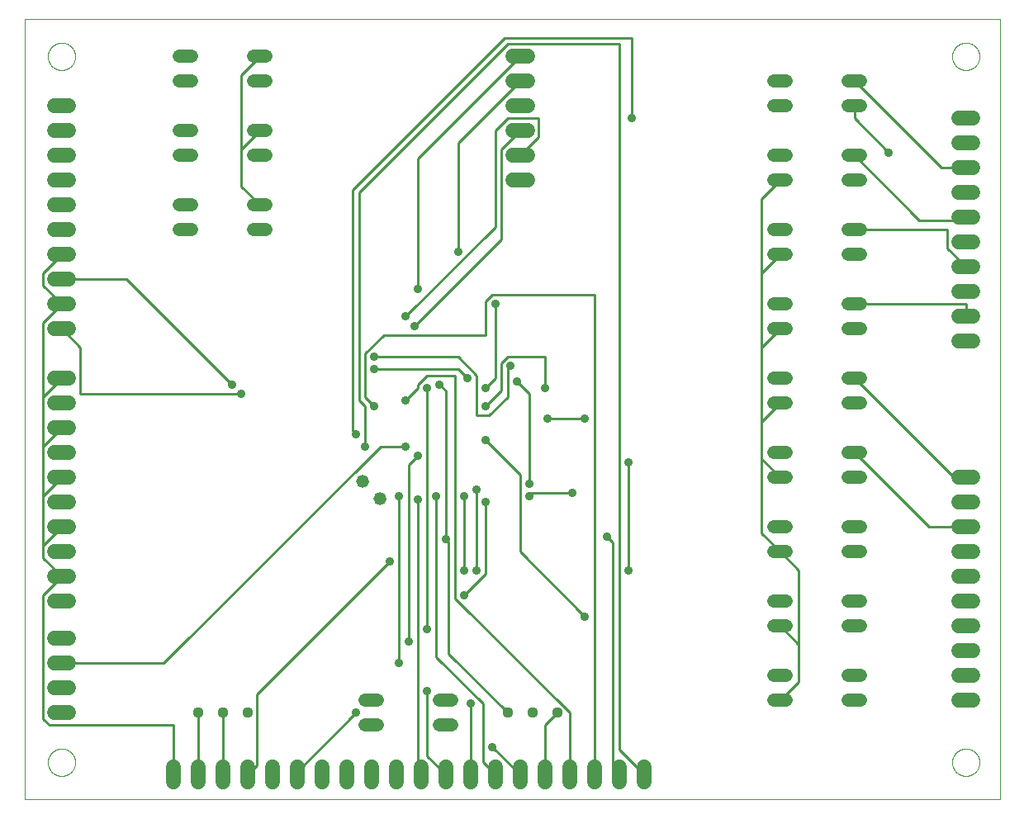
<source format=gbl>
G75*
%MOIN*%
%OFA0B0*%
%FSLAX25Y25*%
%IPPOS*%
%LPD*%
%AMOC8*
5,1,8,0,0,1.08239X$1,22.5*
%
%ADD10C,0.00000*%
%ADD11C,0.05200*%
%ADD12C,0.06000*%
%ADD13C,0.04400*%
%ADD14C,0.05200*%
%ADD15C,0.05937*%
%ADD16C,0.01000*%
%ADD17C,0.03600*%
D10*
X0008000Y0004500D02*
X0008000Y0319461D01*
X0401701Y0319461D01*
X0401701Y0004500D01*
X0008000Y0004500D01*
X0017488Y0019500D02*
X0017490Y0019648D01*
X0017496Y0019796D01*
X0017506Y0019944D01*
X0017520Y0020091D01*
X0017538Y0020238D01*
X0017559Y0020384D01*
X0017585Y0020530D01*
X0017615Y0020675D01*
X0017648Y0020819D01*
X0017686Y0020962D01*
X0017727Y0021104D01*
X0017772Y0021245D01*
X0017820Y0021385D01*
X0017873Y0021524D01*
X0017929Y0021661D01*
X0017989Y0021796D01*
X0018052Y0021930D01*
X0018119Y0022062D01*
X0018190Y0022192D01*
X0018264Y0022320D01*
X0018341Y0022446D01*
X0018422Y0022570D01*
X0018506Y0022692D01*
X0018593Y0022811D01*
X0018684Y0022928D01*
X0018778Y0023043D01*
X0018874Y0023155D01*
X0018974Y0023265D01*
X0019076Y0023371D01*
X0019182Y0023475D01*
X0019290Y0023576D01*
X0019401Y0023674D01*
X0019514Y0023770D01*
X0019630Y0023862D01*
X0019748Y0023951D01*
X0019869Y0024036D01*
X0019992Y0024119D01*
X0020117Y0024198D01*
X0020244Y0024274D01*
X0020373Y0024346D01*
X0020504Y0024415D01*
X0020637Y0024480D01*
X0020772Y0024541D01*
X0020908Y0024599D01*
X0021045Y0024654D01*
X0021184Y0024704D01*
X0021325Y0024751D01*
X0021466Y0024794D01*
X0021609Y0024834D01*
X0021753Y0024869D01*
X0021897Y0024901D01*
X0022043Y0024928D01*
X0022189Y0024952D01*
X0022336Y0024972D01*
X0022483Y0024988D01*
X0022630Y0025000D01*
X0022778Y0025008D01*
X0022926Y0025012D01*
X0023074Y0025012D01*
X0023222Y0025008D01*
X0023370Y0025000D01*
X0023517Y0024988D01*
X0023664Y0024972D01*
X0023811Y0024952D01*
X0023957Y0024928D01*
X0024103Y0024901D01*
X0024247Y0024869D01*
X0024391Y0024834D01*
X0024534Y0024794D01*
X0024675Y0024751D01*
X0024816Y0024704D01*
X0024955Y0024654D01*
X0025092Y0024599D01*
X0025228Y0024541D01*
X0025363Y0024480D01*
X0025496Y0024415D01*
X0025627Y0024346D01*
X0025756Y0024274D01*
X0025883Y0024198D01*
X0026008Y0024119D01*
X0026131Y0024036D01*
X0026252Y0023951D01*
X0026370Y0023862D01*
X0026486Y0023770D01*
X0026599Y0023674D01*
X0026710Y0023576D01*
X0026818Y0023475D01*
X0026924Y0023371D01*
X0027026Y0023265D01*
X0027126Y0023155D01*
X0027222Y0023043D01*
X0027316Y0022928D01*
X0027407Y0022811D01*
X0027494Y0022692D01*
X0027578Y0022570D01*
X0027659Y0022446D01*
X0027736Y0022320D01*
X0027810Y0022192D01*
X0027881Y0022062D01*
X0027948Y0021930D01*
X0028011Y0021796D01*
X0028071Y0021661D01*
X0028127Y0021524D01*
X0028180Y0021385D01*
X0028228Y0021245D01*
X0028273Y0021104D01*
X0028314Y0020962D01*
X0028352Y0020819D01*
X0028385Y0020675D01*
X0028415Y0020530D01*
X0028441Y0020384D01*
X0028462Y0020238D01*
X0028480Y0020091D01*
X0028494Y0019944D01*
X0028504Y0019796D01*
X0028510Y0019648D01*
X0028512Y0019500D01*
X0028510Y0019352D01*
X0028504Y0019204D01*
X0028494Y0019056D01*
X0028480Y0018909D01*
X0028462Y0018762D01*
X0028441Y0018616D01*
X0028415Y0018470D01*
X0028385Y0018325D01*
X0028352Y0018181D01*
X0028314Y0018038D01*
X0028273Y0017896D01*
X0028228Y0017755D01*
X0028180Y0017615D01*
X0028127Y0017476D01*
X0028071Y0017339D01*
X0028011Y0017204D01*
X0027948Y0017070D01*
X0027881Y0016938D01*
X0027810Y0016808D01*
X0027736Y0016680D01*
X0027659Y0016554D01*
X0027578Y0016430D01*
X0027494Y0016308D01*
X0027407Y0016189D01*
X0027316Y0016072D01*
X0027222Y0015957D01*
X0027126Y0015845D01*
X0027026Y0015735D01*
X0026924Y0015629D01*
X0026818Y0015525D01*
X0026710Y0015424D01*
X0026599Y0015326D01*
X0026486Y0015230D01*
X0026370Y0015138D01*
X0026252Y0015049D01*
X0026131Y0014964D01*
X0026008Y0014881D01*
X0025883Y0014802D01*
X0025756Y0014726D01*
X0025627Y0014654D01*
X0025496Y0014585D01*
X0025363Y0014520D01*
X0025228Y0014459D01*
X0025092Y0014401D01*
X0024955Y0014346D01*
X0024816Y0014296D01*
X0024675Y0014249D01*
X0024534Y0014206D01*
X0024391Y0014166D01*
X0024247Y0014131D01*
X0024103Y0014099D01*
X0023957Y0014072D01*
X0023811Y0014048D01*
X0023664Y0014028D01*
X0023517Y0014012D01*
X0023370Y0014000D01*
X0023222Y0013992D01*
X0023074Y0013988D01*
X0022926Y0013988D01*
X0022778Y0013992D01*
X0022630Y0014000D01*
X0022483Y0014012D01*
X0022336Y0014028D01*
X0022189Y0014048D01*
X0022043Y0014072D01*
X0021897Y0014099D01*
X0021753Y0014131D01*
X0021609Y0014166D01*
X0021466Y0014206D01*
X0021325Y0014249D01*
X0021184Y0014296D01*
X0021045Y0014346D01*
X0020908Y0014401D01*
X0020772Y0014459D01*
X0020637Y0014520D01*
X0020504Y0014585D01*
X0020373Y0014654D01*
X0020244Y0014726D01*
X0020117Y0014802D01*
X0019992Y0014881D01*
X0019869Y0014964D01*
X0019748Y0015049D01*
X0019630Y0015138D01*
X0019514Y0015230D01*
X0019401Y0015326D01*
X0019290Y0015424D01*
X0019182Y0015525D01*
X0019076Y0015629D01*
X0018974Y0015735D01*
X0018874Y0015845D01*
X0018778Y0015957D01*
X0018684Y0016072D01*
X0018593Y0016189D01*
X0018506Y0016308D01*
X0018422Y0016430D01*
X0018341Y0016554D01*
X0018264Y0016680D01*
X0018190Y0016808D01*
X0018119Y0016938D01*
X0018052Y0017070D01*
X0017989Y0017204D01*
X0017929Y0017339D01*
X0017873Y0017476D01*
X0017820Y0017615D01*
X0017772Y0017755D01*
X0017727Y0017896D01*
X0017686Y0018038D01*
X0017648Y0018181D01*
X0017615Y0018325D01*
X0017585Y0018470D01*
X0017559Y0018616D01*
X0017538Y0018762D01*
X0017520Y0018909D01*
X0017506Y0019056D01*
X0017496Y0019204D01*
X0017490Y0019352D01*
X0017488Y0019500D01*
X0017488Y0304500D02*
X0017490Y0304648D01*
X0017496Y0304796D01*
X0017506Y0304944D01*
X0017520Y0305091D01*
X0017538Y0305238D01*
X0017559Y0305384D01*
X0017585Y0305530D01*
X0017615Y0305675D01*
X0017648Y0305819D01*
X0017686Y0305962D01*
X0017727Y0306104D01*
X0017772Y0306245D01*
X0017820Y0306385D01*
X0017873Y0306524D01*
X0017929Y0306661D01*
X0017989Y0306796D01*
X0018052Y0306930D01*
X0018119Y0307062D01*
X0018190Y0307192D01*
X0018264Y0307320D01*
X0018341Y0307446D01*
X0018422Y0307570D01*
X0018506Y0307692D01*
X0018593Y0307811D01*
X0018684Y0307928D01*
X0018778Y0308043D01*
X0018874Y0308155D01*
X0018974Y0308265D01*
X0019076Y0308371D01*
X0019182Y0308475D01*
X0019290Y0308576D01*
X0019401Y0308674D01*
X0019514Y0308770D01*
X0019630Y0308862D01*
X0019748Y0308951D01*
X0019869Y0309036D01*
X0019992Y0309119D01*
X0020117Y0309198D01*
X0020244Y0309274D01*
X0020373Y0309346D01*
X0020504Y0309415D01*
X0020637Y0309480D01*
X0020772Y0309541D01*
X0020908Y0309599D01*
X0021045Y0309654D01*
X0021184Y0309704D01*
X0021325Y0309751D01*
X0021466Y0309794D01*
X0021609Y0309834D01*
X0021753Y0309869D01*
X0021897Y0309901D01*
X0022043Y0309928D01*
X0022189Y0309952D01*
X0022336Y0309972D01*
X0022483Y0309988D01*
X0022630Y0310000D01*
X0022778Y0310008D01*
X0022926Y0310012D01*
X0023074Y0310012D01*
X0023222Y0310008D01*
X0023370Y0310000D01*
X0023517Y0309988D01*
X0023664Y0309972D01*
X0023811Y0309952D01*
X0023957Y0309928D01*
X0024103Y0309901D01*
X0024247Y0309869D01*
X0024391Y0309834D01*
X0024534Y0309794D01*
X0024675Y0309751D01*
X0024816Y0309704D01*
X0024955Y0309654D01*
X0025092Y0309599D01*
X0025228Y0309541D01*
X0025363Y0309480D01*
X0025496Y0309415D01*
X0025627Y0309346D01*
X0025756Y0309274D01*
X0025883Y0309198D01*
X0026008Y0309119D01*
X0026131Y0309036D01*
X0026252Y0308951D01*
X0026370Y0308862D01*
X0026486Y0308770D01*
X0026599Y0308674D01*
X0026710Y0308576D01*
X0026818Y0308475D01*
X0026924Y0308371D01*
X0027026Y0308265D01*
X0027126Y0308155D01*
X0027222Y0308043D01*
X0027316Y0307928D01*
X0027407Y0307811D01*
X0027494Y0307692D01*
X0027578Y0307570D01*
X0027659Y0307446D01*
X0027736Y0307320D01*
X0027810Y0307192D01*
X0027881Y0307062D01*
X0027948Y0306930D01*
X0028011Y0306796D01*
X0028071Y0306661D01*
X0028127Y0306524D01*
X0028180Y0306385D01*
X0028228Y0306245D01*
X0028273Y0306104D01*
X0028314Y0305962D01*
X0028352Y0305819D01*
X0028385Y0305675D01*
X0028415Y0305530D01*
X0028441Y0305384D01*
X0028462Y0305238D01*
X0028480Y0305091D01*
X0028494Y0304944D01*
X0028504Y0304796D01*
X0028510Y0304648D01*
X0028512Y0304500D01*
X0028510Y0304352D01*
X0028504Y0304204D01*
X0028494Y0304056D01*
X0028480Y0303909D01*
X0028462Y0303762D01*
X0028441Y0303616D01*
X0028415Y0303470D01*
X0028385Y0303325D01*
X0028352Y0303181D01*
X0028314Y0303038D01*
X0028273Y0302896D01*
X0028228Y0302755D01*
X0028180Y0302615D01*
X0028127Y0302476D01*
X0028071Y0302339D01*
X0028011Y0302204D01*
X0027948Y0302070D01*
X0027881Y0301938D01*
X0027810Y0301808D01*
X0027736Y0301680D01*
X0027659Y0301554D01*
X0027578Y0301430D01*
X0027494Y0301308D01*
X0027407Y0301189D01*
X0027316Y0301072D01*
X0027222Y0300957D01*
X0027126Y0300845D01*
X0027026Y0300735D01*
X0026924Y0300629D01*
X0026818Y0300525D01*
X0026710Y0300424D01*
X0026599Y0300326D01*
X0026486Y0300230D01*
X0026370Y0300138D01*
X0026252Y0300049D01*
X0026131Y0299964D01*
X0026008Y0299881D01*
X0025883Y0299802D01*
X0025756Y0299726D01*
X0025627Y0299654D01*
X0025496Y0299585D01*
X0025363Y0299520D01*
X0025228Y0299459D01*
X0025092Y0299401D01*
X0024955Y0299346D01*
X0024816Y0299296D01*
X0024675Y0299249D01*
X0024534Y0299206D01*
X0024391Y0299166D01*
X0024247Y0299131D01*
X0024103Y0299099D01*
X0023957Y0299072D01*
X0023811Y0299048D01*
X0023664Y0299028D01*
X0023517Y0299012D01*
X0023370Y0299000D01*
X0023222Y0298992D01*
X0023074Y0298988D01*
X0022926Y0298988D01*
X0022778Y0298992D01*
X0022630Y0299000D01*
X0022483Y0299012D01*
X0022336Y0299028D01*
X0022189Y0299048D01*
X0022043Y0299072D01*
X0021897Y0299099D01*
X0021753Y0299131D01*
X0021609Y0299166D01*
X0021466Y0299206D01*
X0021325Y0299249D01*
X0021184Y0299296D01*
X0021045Y0299346D01*
X0020908Y0299401D01*
X0020772Y0299459D01*
X0020637Y0299520D01*
X0020504Y0299585D01*
X0020373Y0299654D01*
X0020244Y0299726D01*
X0020117Y0299802D01*
X0019992Y0299881D01*
X0019869Y0299964D01*
X0019748Y0300049D01*
X0019630Y0300138D01*
X0019514Y0300230D01*
X0019401Y0300326D01*
X0019290Y0300424D01*
X0019182Y0300525D01*
X0019076Y0300629D01*
X0018974Y0300735D01*
X0018874Y0300845D01*
X0018778Y0300957D01*
X0018684Y0301072D01*
X0018593Y0301189D01*
X0018506Y0301308D01*
X0018422Y0301430D01*
X0018341Y0301554D01*
X0018264Y0301680D01*
X0018190Y0301808D01*
X0018119Y0301938D01*
X0018052Y0302070D01*
X0017989Y0302204D01*
X0017929Y0302339D01*
X0017873Y0302476D01*
X0017820Y0302615D01*
X0017772Y0302755D01*
X0017727Y0302896D01*
X0017686Y0303038D01*
X0017648Y0303181D01*
X0017615Y0303325D01*
X0017585Y0303470D01*
X0017559Y0303616D01*
X0017538Y0303762D01*
X0017520Y0303909D01*
X0017506Y0304056D01*
X0017496Y0304204D01*
X0017490Y0304352D01*
X0017488Y0304500D01*
X0382488Y0304500D02*
X0382490Y0304648D01*
X0382496Y0304796D01*
X0382506Y0304944D01*
X0382520Y0305091D01*
X0382538Y0305238D01*
X0382559Y0305384D01*
X0382585Y0305530D01*
X0382615Y0305675D01*
X0382648Y0305819D01*
X0382686Y0305962D01*
X0382727Y0306104D01*
X0382772Y0306245D01*
X0382820Y0306385D01*
X0382873Y0306524D01*
X0382929Y0306661D01*
X0382989Y0306796D01*
X0383052Y0306930D01*
X0383119Y0307062D01*
X0383190Y0307192D01*
X0383264Y0307320D01*
X0383341Y0307446D01*
X0383422Y0307570D01*
X0383506Y0307692D01*
X0383593Y0307811D01*
X0383684Y0307928D01*
X0383778Y0308043D01*
X0383874Y0308155D01*
X0383974Y0308265D01*
X0384076Y0308371D01*
X0384182Y0308475D01*
X0384290Y0308576D01*
X0384401Y0308674D01*
X0384514Y0308770D01*
X0384630Y0308862D01*
X0384748Y0308951D01*
X0384869Y0309036D01*
X0384992Y0309119D01*
X0385117Y0309198D01*
X0385244Y0309274D01*
X0385373Y0309346D01*
X0385504Y0309415D01*
X0385637Y0309480D01*
X0385772Y0309541D01*
X0385908Y0309599D01*
X0386045Y0309654D01*
X0386184Y0309704D01*
X0386325Y0309751D01*
X0386466Y0309794D01*
X0386609Y0309834D01*
X0386753Y0309869D01*
X0386897Y0309901D01*
X0387043Y0309928D01*
X0387189Y0309952D01*
X0387336Y0309972D01*
X0387483Y0309988D01*
X0387630Y0310000D01*
X0387778Y0310008D01*
X0387926Y0310012D01*
X0388074Y0310012D01*
X0388222Y0310008D01*
X0388370Y0310000D01*
X0388517Y0309988D01*
X0388664Y0309972D01*
X0388811Y0309952D01*
X0388957Y0309928D01*
X0389103Y0309901D01*
X0389247Y0309869D01*
X0389391Y0309834D01*
X0389534Y0309794D01*
X0389675Y0309751D01*
X0389816Y0309704D01*
X0389955Y0309654D01*
X0390092Y0309599D01*
X0390228Y0309541D01*
X0390363Y0309480D01*
X0390496Y0309415D01*
X0390627Y0309346D01*
X0390756Y0309274D01*
X0390883Y0309198D01*
X0391008Y0309119D01*
X0391131Y0309036D01*
X0391252Y0308951D01*
X0391370Y0308862D01*
X0391486Y0308770D01*
X0391599Y0308674D01*
X0391710Y0308576D01*
X0391818Y0308475D01*
X0391924Y0308371D01*
X0392026Y0308265D01*
X0392126Y0308155D01*
X0392222Y0308043D01*
X0392316Y0307928D01*
X0392407Y0307811D01*
X0392494Y0307692D01*
X0392578Y0307570D01*
X0392659Y0307446D01*
X0392736Y0307320D01*
X0392810Y0307192D01*
X0392881Y0307062D01*
X0392948Y0306930D01*
X0393011Y0306796D01*
X0393071Y0306661D01*
X0393127Y0306524D01*
X0393180Y0306385D01*
X0393228Y0306245D01*
X0393273Y0306104D01*
X0393314Y0305962D01*
X0393352Y0305819D01*
X0393385Y0305675D01*
X0393415Y0305530D01*
X0393441Y0305384D01*
X0393462Y0305238D01*
X0393480Y0305091D01*
X0393494Y0304944D01*
X0393504Y0304796D01*
X0393510Y0304648D01*
X0393512Y0304500D01*
X0393510Y0304352D01*
X0393504Y0304204D01*
X0393494Y0304056D01*
X0393480Y0303909D01*
X0393462Y0303762D01*
X0393441Y0303616D01*
X0393415Y0303470D01*
X0393385Y0303325D01*
X0393352Y0303181D01*
X0393314Y0303038D01*
X0393273Y0302896D01*
X0393228Y0302755D01*
X0393180Y0302615D01*
X0393127Y0302476D01*
X0393071Y0302339D01*
X0393011Y0302204D01*
X0392948Y0302070D01*
X0392881Y0301938D01*
X0392810Y0301808D01*
X0392736Y0301680D01*
X0392659Y0301554D01*
X0392578Y0301430D01*
X0392494Y0301308D01*
X0392407Y0301189D01*
X0392316Y0301072D01*
X0392222Y0300957D01*
X0392126Y0300845D01*
X0392026Y0300735D01*
X0391924Y0300629D01*
X0391818Y0300525D01*
X0391710Y0300424D01*
X0391599Y0300326D01*
X0391486Y0300230D01*
X0391370Y0300138D01*
X0391252Y0300049D01*
X0391131Y0299964D01*
X0391008Y0299881D01*
X0390883Y0299802D01*
X0390756Y0299726D01*
X0390627Y0299654D01*
X0390496Y0299585D01*
X0390363Y0299520D01*
X0390228Y0299459D01*
X0390092Y0299401D01*
X0389955Y0299346D01*
X0389816Y0299296D01*
X0389675Y0299249D01*
X0389534Y0299206D01*
X0389391Y0299166D01*
X0389247Y0299131D01*
X0389103Y0299099D01*
X0388957Y0299072D01*
X0388811Y0299048D01*
X0388664Y0299028D01*
X0388517Y0299012D01*
X0388370Y0299000D01*
X0388222Y0298992D01*
X0388074Y0298988D01*
X0387926Y0298988D01*
X0387778Y0298992D01*
X0387630Y0299000D01*
X0387483Y0299012D01*
X0387336Y0299028D01*
X0387189Y0299048D01*
X0387043Y0299072D01*
X0386897Y0299099D01*
X0386753Y0299131D01*
X0386609Y0299166D01*
X0386466Y0299206D01*
X0386325Y0299249D01*
X0386184Y0299296D01*
X0386045Y0299346D01*
X0385908Y0299401D01*
X0385772Y0299459D01*
X0385637Y0299520D01*
X0385504Y0299585D01*
X0385373Y0299654D01*
X0385244Y0299726D01*
X0385117Y0299802D01*
X0384992Y0299881D01*
X0384869Y0299964D01*
X0384748Y0300049D01*
X0384630Y0300138D01*
X0384514Y0300230D01*
X0384401Y0300326D01*
X0384290Y0300424D01*
X0384182Y0300525D01*
X0384076Y0300629D01*
X0383974Y0300735D01*
X0383874Y0300845D01*
X0383778Y0300957D01*
X0383684Y0301072D01*
X0383593Y0301189D01*
X0383506Y0301308D01*
X0383422Y0301430D01*
X0383341Y0301554D01*
X0383264Y0301680D01*
X0383190Y0301808D01*
X0383119Y0301938D01*
X0383052Y0302070D01*
X0382989Y0302204D01*
X0382929Y0302339D01*
X0382873Y0302476D01*
X0382820Y0302615D01*
X0382772Y0302755D01*
X0382727Y0302896D01*
X0382686Y0303038D01*
X0382648Y0303181D01*
X0382615Y0303325D01*
X0382585Y0303470D01*
X0382559Y0303616D01*
X0382538Y0303762D01*
X0382520Y0303909D01*
X0382506Y0304056D01*
X0382496Y0304204D01*
X0382490Y0304352D01*
X0382488Y0304500D01*
X0382488Y0019500D02*
X0382490Y0019648D01*
X0382496Y0019796D01*
X0382506Y0019944D01*
X0382520Y0020091D01*
X0382538Y0020238D01*
X0382559Y0020384D01*
X0382585Y0020530D01*
X0382615Y0020675D01*
X0382648Y0020819D01*
X0382686Y0020962D01*
X0382727Y0021104D01*
X0382772Y0021245D01*
X0382820Y0021385D01*
X0382873Y0021524D01*
X0382929Y0021661D01*
X0382989Y0021796D01*
X0383052Y0021930D01*
X0383119Y0022062D01*
X0383190Y0022192D01*
X0383264Y0022320D01*
X0383341Y0022446D01*
X0383422Y0022570D01*
X0383506Y0022692D01*
X0383593Y0022811D01*
X0383684Y0022928D01*
X0383778Y0023043D01*
X0383874Y0023155D01*
X0383974Y0023265D01*
X0384076Y0023371D01*
X0384182Y0023475D01*
X0384290Y0023576D01*
X0384401Y0023674D01*
X0384514Y0023770D01*
X0384630Y0023862D01*
X0384748Y0023951D01*
X0384869Y0024036D01*
X0384992Y0024119D01*
X0385117Y0024198D01*
X0385244Y0024274D01*
X0385373Y0024346D01*
X0385504Y0024415D01*
X0385637Y0024480D01*
X0385772Y0024541D01*
X0385908Y0024599D01*
X0386045Y0024654D01*
X0386184Y0024704D01*
X0386325Y0024751D01*
X0386466Y0024794D01*
X0386609Y0024834D01*
X0386753Y0024869D01*
X0386897Y0024901D01*
X0387043Y0024928D01*
X0387189Y0024952D01*
X0387336Y0024972D01*
X0387483Y0024988D01*
X0387630Y0025000D01*
X0387778Y0025008D01*
X0387926Y0025012D01*
X0388074Y0025012D01*
X0388222Y0025008D01*
X0388370Y0025000D01*
X0388517Y0024988D01*
X0388664Y0024972D01*
X0388811Y0024952D01*
X0388957Y0024928D01*
X0389103Y0024901D01*
X0389247Y0024869D01*
X0389391Y0024834D01*
X0389534Y0024794D01*
X0389675Y0024751D01*
X0389816Y0024704D01*
X0389955Y0024654D01*
X0390092Y0024599D01*
X0390228Y0024541D01*
X0390363Y0024480D01*
X0390496Y0024415D01*
X0390627Y0024346D01*
X0390756Y0024274D01*
X0390883Y0024198D01*
X0391008Y0024119D01*
X0391131Y0024036D01*
X0391252Y0023951D01*
X0391370Y0023862D01*
X0391486Y0023770D01*
X0391599Y0023674D01*
X0391710Y0023576D01*
X0391818Y0023475D01*
X0391924Y0023371D01*
X0392026Y0023265D01*
X0392126Y0023155D01*
X0392222Y0023043D01*
X0392316Y0022928D01*
X0392407Y0022811D01*
X0392494Y0022692D01*
X0392578Y0022570D01*
X0392659Y0022446D01*
X0392736Y0022320D01*
X0392810Y0022192D01*
X0392881Y0022062D01*
X0392948Y0021930D01*
X0393011Y0021796D01*
X0393071Y0021661D01*
X0393127Y0021524D01*
X0393180Y0021385D01*
X0393228Y0021245D01*
X0393273Y0021104D01*
X0393314Y0020962D01*
X0393352Y0020819D01*
X0393385Y0020675D01*
X0393415Y0020530D01*
X0393441Y0020384D01*
X0393462Y0020238D01*
X0393480Y0020091D01*
X0393494Y0019944D01*
X0393504Y0019796D01*
X0393510Y0019648D01*
X0393512Y0019500D01*
X0393510Y0019352D01*
X0393504Y0019204D01*
X0393494Y0019056D01*
X0393480Y0018909D01*
X0393462Y0018762D01*
X0393441Y0018616D01*
X0393415Y0018470D01*
X0393385Y0018325D01*
X0393352Y0018181D01*
X0393314Y0018038D01*
X0393273Y0017896D01*
X0393228Y0017755D01*
X0393180Y0017615D01*
X0393127Y0017476D01*
X0393071Y0017339D01*
X0393011Y0017204D01*
X0392948Y0017070D01*
X0392881Y0016938D01*
X0392810Y0016808D01*
X0392736Y0016680D01*
X0392659Y0016554D01*
X0392578Y0016430D01*
X0392494Y0016308D01*
X0392407Y0016189D01*
X0392316Y0016072D01*
X0392222Y0015957D01*
X0392126Y0015845D01*
X0392026Y0015735D01*
X0391924Y0015629D01*
X0391818Y0015525D01*
X0391710Y0015424D01*
X0391599Y0015326D01*
X0391486Y0015230D01*
X0391370Y0015138D01*
X0391252Y0015049D01*
X0391131Y0014964D01*
X0391008Y0014881D01*
X0390883Y0014802D01*
X0390756Y0014726D01*
X0390627Y0014654D01*
X0390496Y0014585D01*
X0390363Y0014520D01*
X0390228Y0014459D01*
X0390092Y0014401D01*
X0389955Y0014346D01*
X0389816Y0014296D01*
X0389675Y0014249D01*
X0389534Y0014206D01*
X0389391Y0014166D01*
X0389247Y0014131D01*
X0389103Y0014099D01*
X0388957Y0014072D01*
X0388811Y0014048D01*
X0388664Y0014028D01*
X0388517Y0014012D01*
X0388370Y0014000D01*
X0388222Y0013992D01*
X0388074Y0013988D01*
X0387926Y0013988D01*
X0387778Y0013992D01*
X0387630Y0014000D01*
X0387483Y0014012D01*
X0387336Y0014028D01*
X0387189Y0014048D01*
X0387043Y0014072D01*
X0386897Y0014099D01*
X0386753Y0014131D01*
X0386609Y0014166D01*
X0386466Y0014206D01*
X0386325Y0014249D01*
X0386184Y0014296D01*
X0386045Y0014346D01*
X0385908Y0014401D01*
X0385772Y0014459D01*
X0385637Y0014520D01*
X0385504Y0014585D01*
X0385373Y0014654D01*
X0385244Y0014726D01*
X0385117Y0014802D01*
X0384992Y0014881D01*
X0384869Y0014964D01*
X0384748Y0015049D01*
X0384630Y0015138D01*
X0384514Y0015230D01*
X0384401Y0015326D01*
X0384290Y0015424D01*
X0384182Y0015525D01*
X0384076Y0015629D01*
X0383974Y0015735D01*
X0383874Y0015845D01*
X0383778Y0015957D01*
X0383684Y0016072D01*
X0383593Y0016189D01*
X0383506Y0016308D01*
X0383422Y0016430D01*
X0383341Y0016554D01*
X0383264Y0016680D01*
X0383190Y0016808D01*
X0383119Y0016938D01*
X0383052Y0017070D01*
X0382989Y0017204D01*
X0382929Y0017339D01*
X0382873Y0017476D01*
X0382820Y0017615D01*
X0382772Y0017755D01*
X0382727Y0017896D01*
X0382686Y0018038D01*
X0382648Y0018181D01*
X0382615Y0018325D01*
X0382585Y0018470D01*
X0382559Y0018616D01*
X0382538Y0018762D01*
X0382520Y0018909D01*
X0382506Y0019056D01*
X0382496Y0019204D01*
X0382490Y0019352D01*
X0382488Y0019500D01*
D11*
X0345600Y0044500D02*
X0340400Y0044500D01*
X0340400Y0054500D02*
X0345600Y0054500D01*
X0345600Y0074500D02*
X0340400Y0074500D01*
X0340400Y0084500D02*
X0345600Y0084500D01*
X0345600Y0104500D02*
X0340400Y0104500D01*
X0340400Y0114500D02*
X0345600Y0114500D01*
X0345600Y0134500D02*
X0340400Y0134500D01*
X0340400Y0144500D02*
X0345600Y0144500D01*
X0345600Y0164500D02*
X0340400Y0164500D01*
X0340400Y0174500D02*
X0345600Y0174500D01*
X0345600Y0194500D02*
X0340400Y0194500D01*
X0340400Y0204500D02*
X0345600Y0204500D01*
X0345600Y0224500D02*
X0340400Y0224500D01*
X0340400Y0234500D02*
X0345600Y0234500D01*
X0345600Y0254500D02*
X0340400Y0254500D01*
X0340400Y0264500D02*
X0345600Y0264500D01*
X0345600Y0284500D02*
X0340400Y0284500D01*
X0340400Y0294500D02*
X0345600Y0294500D01*
X0315600Y0294500D02*
X0310400Y0294500D01*
X0310400Y0284500D02*
X0315600Y0284500D01*
X0315600Y0264500D02*
X0310400Y0264500D01*
X0310400Y0254500D02*
X0315600Y0254500D01*
X0315600Y0234500D02*
X0310400Y0234500D01*
X0310400Y0224500D02*
X0315600Y0224500D01*
X0315600Y0204500D02*
X0310400Y0204500D01*
X0310400Y0194500D02*
X0315600Y0194500D01*
X0315600Y0174500D02*
X0310400Y0174500D01*
X0310400Y0164500D02*
X0315600Y0164500D01*
X0315600Y0144500D02*
X0310400Y0144500D01*
X0310400Y0134500D02*
X0315600Y0134500D01*
X0315600Y0114500D02*
X0310400Y0114500D01*
X0310400Y0104500D02*
X0315600Y0104500D01*
X0315600Y0084500D02*
X0310400Y0084500D01*
X0310400Y0074500D02*
X0315600Y0074500D01*
X0315600Y0054500D02*
X0310400Y0054500D01*
X0310400Y0044500D02*
X0315600Y0044500D01*
X0180600Y0044500D02*
X0175400Y0044500D01*
X0175400Y0034500D02*
X0180600Y0034500D01*
X0150600Y0034500D02*
X0145400Y0034500D01*
X0145400Y0044500D02*
X0150600Y0044500D01*
X0105600Y0234500D02*
X0100400Y0234500D01*
X0100400Y0244500D02*
X0105600Y0244500D01*
X0105600Y0264500D02*
X0100400Y0264500D01*
X0100400Y0274500D02*
X0105600Y0274500D01*
X0105600Y0294500D02*
X0100400Y0294500D01*
X0100400Y0304500D02*
X0105600Y0304500D01*
X0075600Y0304500D02*
X0070400Y0304500D01*
X0070400Y0294500D02*
X0075600Y0294500D01*
X0075600Y0274500D02*
X0070400Y0274500D01*
X0070400Y0264500D02*
X0075600Y0264500D01*
X0075600Y0244500D02*
X0070400Y0244500D01*
X0070400Y0234500D02*
X0075600Y0234500D01*
D12*
X0205000Y0254500D02*
X0211000Y0254500D01*
X0211000Y0264500D02*
X0205000Y0264500D01*
X0205000Y0274500D02*
X0211000Y0274500D01*
X0211000Y0284500D02*
X0205000Y0284500D01*
X0205000Y0294500D02*
X0211000Y0294500D01*
X0211000Y0304500D02*
X0205000Y0304500D01*
X0208000Y0017500D02*
X0208000Y0011500D01*
X0198000Y0011500D02*
X0198000Y0017500D01*
X0188000Y0017500D02*
X0188000Y0011500D01*
X0178000Y0011500D02*
X0178000Y0017500D01*
X0168000Y0017500D02*
X0168000Y0011500D01*
X0158000Y0011500D02*
X0158000Y0017500D01*
X0148000Y0017500D02*
X0148000Y0011500D01*
X0138000Y0011500D02*
X0138000Y0017500D01*
X0128000Y0017500D02*
X0128000Y0011500D01*
X0118000Y0011500D02*
X0118000Y0017500D01*
X0108000Y0017500D02*
X0108000Y0011500D01*
X0098000Y0011500D02*
X0098000Y0017500D01*
X0088000Y0017500D02*
X0088000Y0011500D01*
X0078000Y0011500D02*
X0078000Y0017500D01*
X0068000Y0017500D02*
X0068000Y0011500D01*
X0218000Y0011500D02*
X0218000Y0017500D01*
X0228000Y0017500D02*
X0228000Y0011500D01*
X0238000Y0011500D02*
X0238000Y0017500D01*
X0248000Y0017500D02*
X0248000Y0011500D01*
X0258000Y0011500D02*
X0258000Y0017500D01*
D13*
X0223000Y0039500D03*
X0213000Y0039500D03*
X0203000Y0039500D03*
X0098000Y0039500D03*
X0088000Y0039500D03*
X0078000Y0039500D03*
D14*
X0151536Y0125964D03*
X0144464Y0133036D03*
D15*
X0025969Y0134500D02*
X0020031Y0134500D01*
X0020031Y0124500D02*
X0025969Y0124500D01*
X0025969Y0114500D02*
X0020031Y0114500D01*
X0020031Y0104500D02*
X0025969Y0104500D01*
X0025969Y0094500D02*
X0020031Y0094500D01*
X0020031Y0084500D02*
X0025969Y0084500D01*
X0025969Y0069500D02*
X0020031Y0069500D01*
X0020031Y0059500D02*
X0025969Y0059500D01*
X0025969Y0049500D02*
X0020031Y0049500D01*
X0020031Y0039500D02*
X0025969Y0039500D01*
X0025969Y0144500D02*
X0020031Y0144500D01*
X0020031Y0154500D02*
X0025969Y0154500D01*
X0025969Y0164500D02*
X0020031Y0164500D01*
X0020031Y0174500D02*
X0025969Y0174500D01*
X0025969Y0194500D02*
X0020031Y0194500D01*
X0020031Y0204500D02*
X0025969Y0204500D01*
X0025969Y0214500D02*
X0020031Y0214500D01*
X0020031Y0224500D02*
X0025969Y0224500D01*
X0025969Y0234500D02*
X0020031Y0234500D01*
X0020031Y0244500D02*
X0025969Y0244500D01*
X0025969Y0254500D02*
X0020031Y0254500D01*
X0020031Y0264500D02*
X0025969Y0264500D01*
X0025969Y0274500D02*
X0020031Y0274500D01*
X0020031Y0284500D02*
X0025969Y0284500D01*
X0385031Y0279500D02*
X0390969Y0279500D01*
X0390969Y0269500D02*
X0385031Y0269500D01*
X0385031Y0259500D02*
X0390969Y0259500D01*
X0390969Y0249500D02*
X0385031Y0249500D01*
X0385031Y0239500D02*
X0390969Y0239500D01*
X0390969Y0229500D02*
X0385031Y0229500D01*
X0385031Y0219500D02*
X0390969Y0219500D01*
X0390969Y0209500D02*
X0385031Y0209500D01*
X0385031Y0199500D02*
X0390969Y0199500D01*
X0390969Y0189500D02*
X0385031Y0189500D01*
X0385031Y0134500D02*
X0390969Y0134500D01*
X0390969Y0124500D02*
X0385031Y0124500D01*
X0385031Y0114500D02*
X0390969Y0114500D01*
X0390969Y0104500D02*
X0385031Y0104500D01*
X0385031Y0094500D02*
X0390969Y0094500D01*
X0390969Y0084500D02*
X0385031Y0084500D01*
X0385031Y0074500D02*
X0390969Y0074500D01*
X0390969Y0064500D02*
X0385031Y0064500D01*
X0385031Y0054500D02*
X0390969Y0054500D01*
X0390969Y0044500D02*
X0385031Y0044500D01*
D16*
X0320500Y0052000D02*
X0320500Y0067000D01*
X0320500Y0097000D01*
X0313000Y0104500D01*
X0305500Y0112000D01*
X0305500Y0142000D01*
X0313000Y0134500D01*
X0305500Y0142000D02*
X0305500Y0157000D01*
X0305500Y0187000D01*
X0305500Y0217000D01*
X0305500Y0247000D01*
X0313000Y0254500D01*
X0343000Y0264500D02*
X0369250Y0238250D01*
X0388000Y0238250D01*
X0388000Y0239500D01*
X0380500Y0234500D02*
X0380500Y0227000D01*
X0388000Y0219500D01*
X0388000Y0204500D02*
X0388000Y0199500D01*
X0388000Y0204500D02*
X0343000Y0204500D01*
X0313000Y0194500D02*
X0305500Y0187000D01*
X0313000Y0164500D02*
X0305500Y0157000D01*
X0343000Y0144500D02*
X0373000Y0114500D01*
X0388000Y0114500D01*
X0388000Y0134500D02*
X0383000Y0134500D01*
X0343000Y0174500D01*
X0305500Y0217000D02*
X0313000Y0224500D01*
X0343000Y0234500D02*
X0380500Y0234500D01*
X0378000Y0259500D02*
X0388000Y0259500D01*
X0378000Y0259500D02*
X0343000Y0294500D01*
X0343000Y0284500D02*
X0343000Y0279500D01*
X0356750Y0265750D01*
X0253000Y0279500D02*
X0253000Y0312000D01*
X0201750Y0312000D01*
X0140500Y0250750D01*
X0140500Y0153250D01*
X0141750Y0152000D01*
X0145500Y0147000D02*
X0145500Y0163250D01*
X0143000Y0165750D01*
X0143000Y0249500D01*
X0203000Y0309500D01*
X0248000Y0309500D01*
X0248000Y0024500D01*
X0258000Y0014500D01*
X0248000Y0014500D02*
X0245500Y0017000D01*
X0245500Y0108250D01*
X0243000Y0110750D01*
X0251750Y0097000D02*
X0251750Y0140750D01*
X0229250Y0128250D02*
X0211750Y0128250D01*
X0211750Y0127000D01*
X0211750Y0132000D02*
X0211750Y0168250D01*
X0206750Y0173250D01*
X0203000Y0178250D02*
X0203000Y0167000D01*
X0195500Y0159500D01*
X0190500Y0159500D01*
X0190500Y0175750D01*
X0183000Y0183250D01*
X0149250Y0183250D01*
X0145500Y0184500D02*
X0153000Y0192000D01*
X0194250Y0192000D01*
X0194250Y0205750D01*
X0196750Y0208250D01*
X0238000Y0208250D01*
X0238000Y0014500D01*
X0228000Y0014500D02*
X0228000Y0039500D01*
X0181750Y0085750D01*
X0181750Y0175750D01*
X0170500Y0175750D01*
X0166750Y0172000D01*
X0166750Y0170750D01*
X0161750Y0165750D01*
X0170500Y0170750D02*
X0170500Y0073250D01*
X0163000Y0068250D02*
X0163000Y0139500D01*
X0166750Y0143250D01*
X0161750Y0147000D02*
X0151750Y0147000D01*
X0064250Y0059500D01*
X0023000Y0059500D01*
X0015500Y0037000D02*
X0018000Y0034500D01*
X0068000Y0034500D01*
X0068000Y0014500D01*
X0078000Y0014500D02*
X0078000Y0039500D01*
X0088000Y0039500D02*
X0088000Y0014500D01*
X0098000Y0014500D02*
X0101750Y0018250D01*
X0101750Y0047000D01*
X0155500Y0100750D01*
X0178000Y0109500D02*
X0179250Y0108250D01*
X0179250Y0063250D01*
X0203000Y0039500D01*
X0193000Y0043250D02*
X0193000Y0019500D01*
X0198000Y0014500D01*
X0208000Y0014500D02*
X0196750Y0025750D01*
X0188000Y0014500D02*
X0188000Y0043250D01*
X0193000Y0043250D02*
X0174250Y0062000D01*
X0174250Y0127000D01*
X0166750Y0125750D02*
X0166750Y0015750D01*
X0168000Y0014500D01*
X0170500Y0022000D02*
X0178000Y0014500D01*
X0170500Y0022000D02*
X0170500Y0048250D01*
X0159250Y0059500D02*
X0159250Y0127000D01*
X0178000Y0109500D02*
X0178000Y0169500D01*
X0175500Y0172000D01*
X0183000Y0178250D02*
X0149250Y0178250D01*
X0145500Y0184500D02*
X0145500Y0167000D01*
X0149250Y0163250D01*
X0183000Y0178250D02*
X0186750Y0174500D01*
X0194250Y0170750D02*
X0198000Y0174500D01*
X0198000Y0204500D01*
X0203000Y0183250D02*
X0218000Y0183250D01*
X0218000Y0170750D01*
X0219250Y0158250D02*
X0234250Y0158250D01*
X0208000Y0135750D02*
X0208000Y0104500D01*
X0234250Y0078250D01*
X0194250Y0095750D02*
X0185500Y0087000D01*
X0194250Y0095750D02*
X0194250Y0124500D01*
X0190500Y0129500D02*
X0190500Y0097000D01*
X0185500Y0097000D02*
X0185500Y0127000D01*
X0208000Y0135750D02*
X0194250Y0149500D01*
X0194250Y0163250D02*
X0200500Y0169500D01*
X0200500Y0180750D01*
X0203000Y0183250D01*
X0204250Y0179500D02*
X0203000Y0178250D01*
X0165500Y0195750D02*
X0200500Y0230750D01*
X0200500Y0267000D01*
X0208000Y0274500D01*
X0203000Y0279500D02*
X0215500Y0279500D01*
X0215500Y0272000D01*
X0208000Y0264500D01*
X0198000Y0274500D02*
X0203000Y0279500D01*
X0198000Y0274500D02*
X0198000Y0235750D01*
X0161750Y0199500D01*
X0166750Y0210750D02*
X0166750Y0263250D01*
X0208000Y0304500D01*
X0208000Y0294500D02*
X0183000Y0269500D01*
X0183000Y0225750D01*
X0103000Y0244500D02*
X0095500Y0252000D01*
X0095500Y0267000D01*
X0095500Y0297000D01*
X0103000Y0304500D01*
X0103000Y0274500D02*
X0095500Y0267000D01*
X0049250Y0214500D02*
X0023000Y0214500D01*
X0015500Y0217000D02*
X0015500Y0212000D01*
X0023000Y0204500D01*
X0015500Y0197000D01*
X0015500Y0167000D01*
X0015500Y0147000D01*
X0015500Y0127000D01*
X0015500Y0107000D01*
X0023000Y0114500D01*
X0015500Y0107000D02*
X0015500Y0102000D01*
X0023000Y0094500D01*
X0015500Y0087000D01*
X0015500Y0037000D01*
X0118000Y0015750D02*
X0118000Y0014500D01*
X0118000Y0015750D02*
X0141750Y0039500D01*
X0218000Y0034500D02*
X0218000Y0014500D01*
X0218000Y0034500D02*
X0223000Y0039500D01*
X0313000Y0044500D02*
X0320500Y0052000D01*
X0320500Y0067000D02*
X0313000Y0074500D01*
X0095500Y0168250D02*
X0030500Y0168250D01*
X0030500Y0187000D01*
X0023000Y0194500D01*
X0023000Y0174500D02*
X0015500Y0167000D01*
X0023000Y0154500D02*
X0015500Y0147000D01*
X0023000Y0134500D02*
X0015500Y0127000D01*
X0091750Y0172000D02*
X0049250Y0214500D01*
X0023000Y0224500D02*
X0015500Y0217000D01*
D17*
X0091750Y0172000D03*
X0095500Y0168250D03*
X0141750Y0152000D03*
X0145500Y0147000D03*
X0161750Y0147000D03*
X0166750Y0143250D03*
X0166750Y0125750D03*
X0159250Y0127000D03*
X0174250Y0127000D03*
X0185500Y0127000D03*
X0190500Y0129500D03*
X0194250Y0124500D03*
X0211750Y0127000D03*
X0211750Y0132000D03*
X0229250Y0128250D03*
X0251750Y0140750D03*
X0234250Y0158250D03*
X0219250Y0158250D03*
X0218000Y0170750D03*
X0206750Y0173250D03*
X0204250Y0179500D03*
X0194250Y0170750D03*
X0186750Y0174500D03*
X0175500Y0172000D03*
X0170500Y0170750D03*
X0161750Y0165750D03*
X0149250Y0163250D03*
X0149250Y0178250D03*
X0149250Y0183250D03*
X0165500Y0195750D03*
X0161750Y0199500D03*
X0166750Y0210750D03*
X0183000Y0225750D03*
X0198000Y0204500D03*
X0194250Y0163250D03*
X0194250Y0149500D03*
X0178000Y0109500D03*
X0185500Y0097000D03*
X0190500Y0097000D03*
X0185500Y0087000D03*
X0170500Y0073250D03*
X0163000Y0068250D03*
X0159250Y0059500D03*
X0170500Y0048250D03*
X0188000Y0043250D03*
X0196750Y0025750D03*
X0141750Y0039500D03*
X0155500Y0100750D03*
X0234250Y0078250D03*
X0251750Y0097000D03*
X0243000Y0110750D03*
X0356750Y0265750D03*
X0253000Y0279500D03*
M02*

</source>
